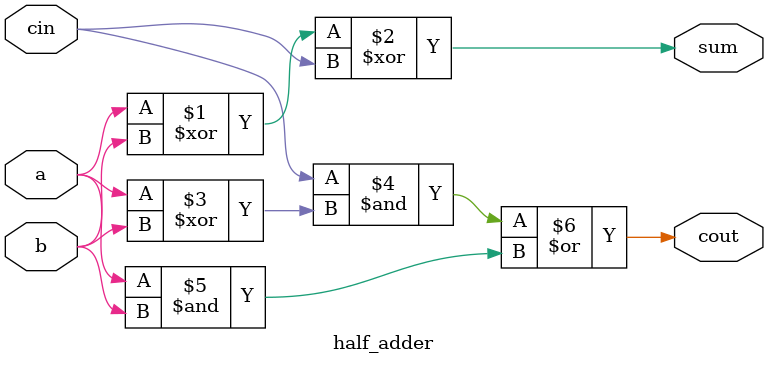
<source format=sv>
module half_adder (input logic a, b,
												 input logic cin,
												 output logic sum, cout);

		assign sum = (a ^ b) ^ cin;
		assign cout = (cin & (a ^ b)) | (a & b);
endmodule
</source>
